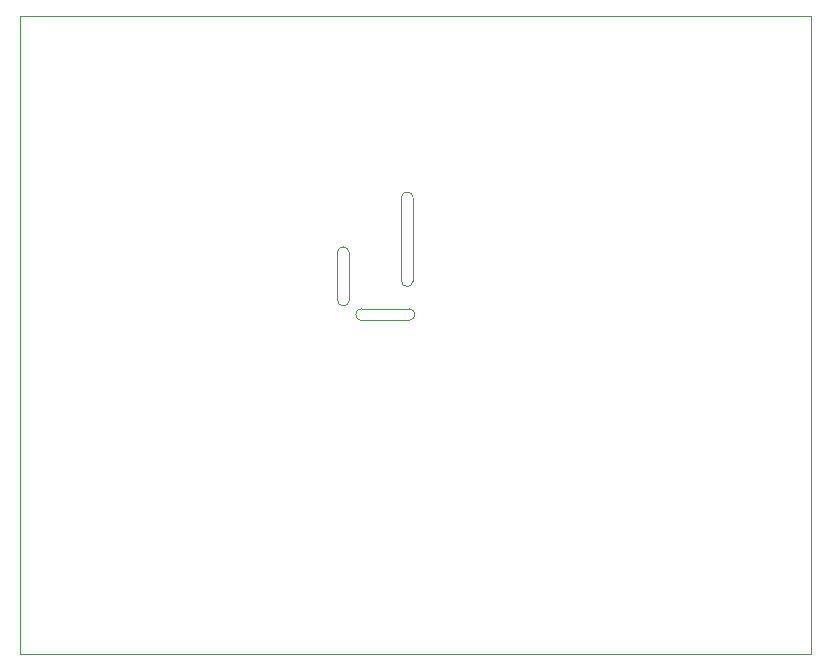
<source format=gbr>
%TF.GenerationSoftware,KiCad,Pcbnew,(5.1.8-0-10_14)*%
%TF.CreationDate,2022-04-27T14:32:14-05:00*%
%TF.ProjectId,SAQ_KiCad_one,5341515f-4b69-4436-9164-5f6f6e652e6b,rev?*%
%TF.SameCoordinates,Original*%
%TF.FileFunction,Profile,NP*%
%FSLAX46Y46*%
G04 Gerber Fmt 4.6, Leading zero omitted, Abs format (unit mm)*
G04 Created by KiCad (PCBNEW (5.1.8-0-10_14)) date 2022-04-27 14:32:14*
%MOMM*%
%LPD*%
G01*
G04 APERTURE LIST*
%TA.AperFunction,Profile*%
%ADD10C,0.050000*%
%TD*%
G04 APERTURE END LIST*
D10*
X132918200Y-40784400D02*
X136918200Y-40784400D01*
X136918200Y-40784400D02*
G75*
G03*
X136918200Y-39784400I0J500000D01*
G01*
X132918200Y-39784400D02*
X136918200Y-39784400D01*
X132918200Y-40784400D02*
G75*
G02*
X132918200Y-39784400I0J500000D01*
G01*
X130868800Y-35052000D02*
X130868800Y-39052000D01*
X130868800Y-39052000D02*
G75*
G03*
X131868800Y-39052000I500000J0D01*
G01*
X131868800Y-35052000D02*
X131868800Y-39052000D01*
X130868800Y-35052000D02*
G75*
G02*
X131868800Y-35052000I500000J0D01*
G01*
X136279000Y-37403800D02*
G75*
G03*
X137279000Y-37403800I500000J0D01*
G01*
X137279000Y-30403800D02*
X137279000Y-37403800D01*
X136279000Y-30403800D02*
X136279000Y-37403800D01*
X136279000Y-30403800D02*
G75*
G02*
X137279000Y-30403800I500000J0D01*
G01*
X104000000Y-15000000D02*
X104000000Y-69000000D01*
X104000000Y-69000000D02*
X171000000Y-69000000D01*
X171000000Y-15000000D02*
X171000000Y-69000000D01*
X104000000Y-15000000D02*
X171000000Y-15000000D01*
M02*

</source>
